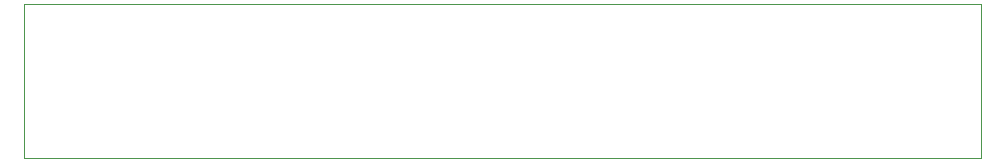
<source format=gbr>
G04 #@! TF.GenerationSoftware,KiCad,Pcbnew,(5.1.5-0-10_14)*
G04 #@! TF.CreationDate,2021-02-26T10:59:33+01:00*
G04 #@! TF.ProjectId,L_tfix,4cf67466-6978-42e6-9b69-6361645f7063,rev?*
G04 #@! TF.SameCoordinates,Original*
G04 #@! TF.FileFunction,Profile,NP*
%FSLAX46Y46*%
G04 Gerber Fmt 4.6, Leading zero omitted, Abs format (unit mm)*
G04 Created by KiCad (PCBNEW (5.1.5-0-10_14)) date 2021-02-26 10:59:33*
%MOMM*%
%LPD*%
G04 APERTURE LIST*
%ADD10C,0.050000*%
G04 APERTURE END LIST*
D10*
X21000000Y-30000000D02*
X21000000Y-33000000D01*
X21000000Y-23000000D02*
X21000000Y-30000000D01*
X21000000Y-20000000D02*
X21000000Y-23000000D01*
X102000000Y-20000000D02*
X21000000Y-20000000D01*
X102000000Y-20000000D02*
X102000000Y-33000000D01*
X21000000Y-33000000D02*
X102000000Y-33000000D01*
M02*

</source>
